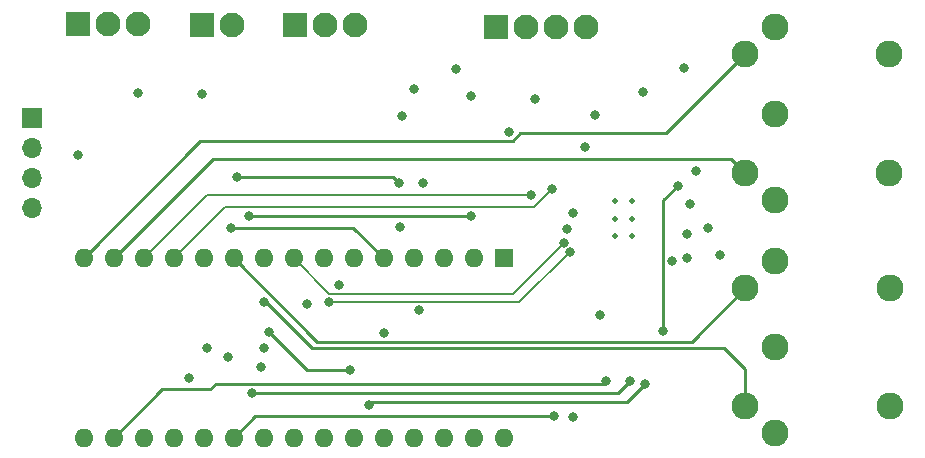
<source format=gbr>
%TF.GenerationSoftware,KiCad,Pcbnew,6.0.11-2627ca5db0~126~ubuntu22.04.1*%
%TF.CreationDate,2023-02-15T02:16:28-05:00*%
%TF.ProjectId,lin-valve-control,6c696e2d-7661-46c7-9665-2d636f6e7472,1.0*%
%TF.SameCoordinates,Original*%
%TF.FileFunction,Copper,L3,Inr*%
%TF.FilePolarity,Positive*%
%FSLAX46Y46*%
G04 Gerber Fmt 4.6, Leading zero omitted, Abs format (unit mm)*
G04 Created by KiCad (PCBNEW 6.0.11-2627ca5db0~126~ubuntu22.04.1) date 2023-02-15 02:16:28*
%MOMM*%
%LPD*%
G01*
G04 APERTURE LIST*
%TA.AperFunction,ComponentPad*%
%ADD10R,1.700000X1.700000*%
%TD*%
%TA.AperFunction,ComponentPad*%
%ADD11O,1.700000X1.700000*%
%TD*%
%TA.AperFunction,ComponentPad*%
%ADD12R,2.100000X2.100000*%
%TD*%
%TA.AperFunction,ComponentPad*%
%ADD13C,2.100000*%
%TD*%
%TA.AperFunction,ComponentPad*%
%ADD14C,2.286000*%
%TD*%
%TA.AperFunction,ComponentPad*%
%ADD15C,0.500000*%
%TD*%
%TA.AperFunction,ComponentPad*%
%ADD16R,1.600000X1.600000*%
%TD*%
%TA.AperFunction,ComponentPad*%
%ADD17O,1.600000X1.600000*%
%TD*%
%TA.AperFunction,ViaPad*%
%ADD18C,0.800000*%
%TD*%
%TA.AperFunction,Conductor*%
%ADD19C,0.250000*%
%TD*%
%TA.AperFunction,Conductor*%
%ADD20C,0.200000*%
%TD*%
G04 APERTURE END LIST*
D10*
%TO.N,GND*%
%TO.C,J8*%
X154900000Y-71000000D03*
D11*
%TO.N,+5V*%
X154900000Y-73540000D03*
%TO.N,SDA5V*%
X154900000Y-76080000D03*
%TO.N,SCL5V*%
X154900000Y-78620000D03*
%TD*%
D12*
%TO.N,COOLANT_PUMP*%
%TO.C,J1*%
X194185000Y-63300000D03*
D13*
%TO.N,GND*%
X196725000Y-63300000D03*
%TO.N,COOLING_FAN*%
X199265000Y-63300000D03*
%TO.N,GND*%
X201805000Y-63300000D03*
%TD*%
D12*
%TO.N,COOLANT_NTC*%
%TO.C,J2*%
X169300000Y-63100000D03*
D13*
%TO.N,GND*%
X171840000Y-63100000D03*
%TD*%
D14*
%TO.N,VALVE1+*%
%TO.C,J7*%
X217800000Y-83100080D03*
%TO.N,GND*%
X217800000Y-90400040D03*
%TO.N,VALVE1-*%
X217800000Y-97700000D03*
%TO.N,VALVE1_OPEN*%
X215300640Y-85401320D03*
%TO.N,VALVE1_CLOSED*%
X215300640Y-95398760D03*
%TO.N,N/C*%
X227500260Y-95398760D03*
X227500260Y-85401320D03*
%TD*%
D15*
%TO.N,GND*%
%TO.C,U2*%
X205728000Y-78002000D03*
X205728000Y-79502000D03*
X205728000Y-81002000D03*
X204228000Y-79502000D03*
X204228000Y-78002000D03*
X204228000Y-81002000D03*
%TD*%
D12*
%TO.N,+5V*%
%TO.C,J5*%
X158750000Y-62992000D03*
D13*
%TO.N,GND*%
X161290000Y-62992000D03*
%TO.N,FLOW_PULSE*%
X163830000Y-62992000D03*
%TD*%
D12*
%TO.N,+12V*%
%TO.C,J4*%
X177200000Y-63100000D03*
D13*
%TO.N,GND*%
X179740000Y-63100000D03*
%TO.N,LIN*%
X182280000Y-63100000D03*
%TD*%
D14*
%TO.N,VALVE2+*%
%TO.C,J6*%
X217759280Y-63312040D03*
%TO.N,GND*%
X217759280Y-70612000D03*
%TO.N,VALVE2-*%
X217759280Y-77911960D03*
%TO.N,VALVE2_OPEN*%
X215259920Y-65613280D03*
%TO.N,VALVE2_CLOSED*%
X215259920Y-75610720D03*
%TO.N,N/C*%
X227459540Y-75610720D03*
X227459540Y-65613280D03*
%TD*%
D16*
%TO.N,TXD*%
%TO.C,U1*%
X194818000Y-82814000D03*
D17*
%TO.N,RXD*%
X192278000Y-82814000D03*
%TO.N,unconnected-(U1-Pad3)*%
X189738000Y-82814000D03*
%TO.N,GND*%
X187198000Y-82814000D03*
%TO.N,FLOW_PULSE*%
X184658000Y-82814000D03*
%TO.N,FAN_PWM*%
X182118000Y-82814000D03*
%TO.N,VALVE_IN1+*%
X179578000Y-82814000D03*
%TO.N,VALVE_IN1-*%
X177038000Y-82814000D03*
%TO.N,VALVE1_CLOSED*%
X174498000Y-82814000D03*
%TO.N,VALVE1_OPEN*%
X171958000Y-82814000D03*
%TO.N,~{LIN_SLP}*%
X169418000Y-82814000D03*
%TO.N,VALVE_IN2+*%
X166878000Y-82814000D03*
%TO.N,VALVE_IN2-*%
X164338000Y-82814000D03*
%TO.N,VALVE2_CLOSED*%
X161798000Y-82814000D03*
%TO.N,VALVE2_OPEN*%
X159258000Y-82814000D03*
%TO.N,unconnected-(U1-Pad16)*%
X159258000Y-98054000D03*
%TO.N,+3V3*%
X161798000Y-98054000D03*
%TO.N,+5V*%
X164338000Y-98054000D03*
%TO.N,MOTOR_EN*%
X166878000Y-98054000D03*
%TO.N,~{LIN_WAKE}*%
X169418000Y-98054000D03*
%TO.N,~{MOTOR_FAULT}*%
X171958000Y-98054000D03*
%TO.N,PUMP_EN*%
X174498000Y-98054000D03*
%TO.N,SDA5V*%
X177038000Y-98054000D03*
%TO.N,SCL5V*%
X179578000Y-98054000D03*
%TO.N,unconnected-(U1-Pad25)*%
X182118000Y-98054000D03*
%TO.N,COOLANT_NTC*%
X184658000Y-98054000D03*
%TO.N,+5V*%
X187198000Y-98054000D03*
%TO.N,unconnected-(U1-Pad28)*%
X189738000Y-98054000D03*
%TO.N,GND*%
X192278000Y-98054000D03*
%TO.N,+12V*%
X194818000Y-98054000D03*
%TD*%
D18*
%TO.N,SCL5V*%
X181800000Y-92300000D03*
X175000000Y-89100000D03*
%TO.N,Net-(Q3-Pad1)*%
X174300000Y-92100000D03*
X178148048Y-86751952D03*
%TO.N,+5V*%
X158750000Y-74150000D03*
%TO.N,GND*%
X201676000Y-73406000D03*
X202946000Y-87630000D03*
X200660000Y-96266000D03*
X195300000Y-72200000D03*
%TO.N,+5V*%
X174498000Y-90424000D03*
X169672000Y-90424000D03*
X187674000Y-87251500D03*
%TO.N,Net-(C3-Pad1)*%
X200152000Y-80427500D03*
%TO.N,RXD*%
X187960000Y-76454000D03*
%TO.N,~{LIN_SLP}*%
X172212000Y-75946000D03*
X185928000Y-76454000D03*
%TO.N,~{LIN_WAKE}*%
X171450000Y-91186000D03*
X192024000Y-79248000D03*
X173228000Y-79248000D03*
%TO.N,VALVE_IN1+*%
X179998000Y-86552000D03*
X200406000Y-82296000D03*
%TO.N,VALVE_IN1-*%
X199898000Y-81534000D03*
%TO.N,VALVE1_CLOSED*%
X174498000Y-86602000D03*
%TO.N,VALVE_IN2+*%
X198882000Y-76962000D03*
%TO.N,VALVE_IN2-*%
X197104000Y-77470000D03*
%TO.N,FLOW_PULSE*%
X163830000Y-68834000D03*
X171704000Y-80264000D03*
%TO.N,~{MOTOR_FAULT}*%
X199100000Y-96200000D03*
X208300000Y-89000000D03*
X209550000Y-76708000D03*
%TO.N,MOTOR_EN*%
X168152299Y-92968299D03*
X209042000Y-83058000D03*
%TO.N,COOLANT_NTC*%
X184658000Y-89154000D03*
X169300000Y-69000000D03*
%TO.N,+12V*%
X210075000Y-66725000D03*
X190775000Y-66800000D03*
X197450000Y-69350000D03*
X200660000Y-78994000D03*
X192050000Y-69150000D03*
%TO.N,VALVE1-*%
X213106000Y-82550000D03*
X212090000Y-80264000D03*
%TO.N,Net-(Q3-Pad3)*%
X187250000Y-68550000D03*
%TO.N,Net-(Q3-Pad1)*%
X180875000Y-85125000D03*
X186200000Y-70800000D03*
%TO.N,+3V3*%
X203454000Y-93218000D03*
%TO.N,SDA3V*%
X173482000Y-94234000D03*
X205486000Y-93218000D03*
%TO.N,SCL3V*%
X206756000Y-93472000D03*
X183388000Y-95250000D03*
%TO.N,Net-(Q4-Pad3)*%
X206600000Y-68750000D03*
%TO.N,Net-(R5-Pad1)*%
X210312000Y-82804000D03*
X210312000Y-80772000D03*
%TO.N,Net-(Q4-Pad1)*%
X202525000Y-70700000D03*
X186075000Y-80250000D03*
%TO.N,Net-(R8-Pad1)*%
X210566000Y-78232000D03*
X211074000Y-75438000D03*
%TD*%
D19*
%TO.N,VALVE1_CLOSED*%
X174498000Y-86602000D02*
X174702000Y-86602000D01*
X215259920Y-92259920D02*
X215259920Y-95422720D01*
X174702000Y-86602000D02*
X178600000Y-90500000D01*
X178600000Y-90500000D02*
X213500000Y-90500000D01*
X213500000Y-90500000D02*
X215259920Y-92259920D01*
%TO.N,SCL5V*%
X178200000Y-92300000D02*
X181800000Y-92300000D01*
X175000000Y-89100000D02*
X178200000Y-92300000D01*
%TO.N,~{LIN_SLP}*%
X185420000Y-75946000D02*
X185928000Y-76454000D01*
X172212000Y-75946000D02*
X185420000Y-75946000D01*
%TO.N,~{LIN_WAKE}*%
X192024000Y-79248000D02*
X173228000Y-79248000D01*
D20*
%TO.N,VALVE_IN1+*%
X196150000Y-86552000D02*
X200406000Y-82296000D01*
X179998000Y-86552000D02*
X196150000Y-86552000D01*
%TO.N,VALVE_IN1-*%
X195580000Y-85852000D02*
X180076000Y-85852000D01*
X180076000Y-85852000D02*
X177038000Y-82814000D01*
X199898000Y-81534000D02*
X195580000Y-85852000D01*
D19*
%TO.N,VALVE1_OPEN*%
X215259920Y-85425280D02*
X210769200Y-89916000D01*
X210769200Y-89916000D02*
X179060000Y-89916000D01*
X179060000Y-89916000D02*
X171958000Y-82814000D01*
D20*
%TO.N,VALVE_IN2+*%
X171206000Y-78486000D02*
X166878000Y-82814000D01*
X197358000Y-78486000D02*
X171206000Y-78486000D01*
X198882000Y-76962000D02*
X197358000Y-78486000D01*
%TO.N,VALVE_IN2-*%
X169682000Y-77470000D02*
X164338000Y-82814000D01*
X197104000Y-77470000D02*
X169682000Y-77470000D01*
D19*
%TO.N,VALVE2_CLOSED*%
X170190000Y-74422000D02*
X161798000Y-82814000D01*
X214071200Y-74422000D02*
X170190000Y-74422000D01*
X215259920Y-75610720D02*
X214071200Y-74422000D01*
%TO.N,VALVE2_OPEN*%
X169147000Y-72925000D02*
X159258000Y-82814000D01*
X195600305Y-72925000D02*
X169147000Y-72925000D01*
X196225305Y-72300000D02*
X195600305Y-72925000D01*
X215259920Y-65613280D02*
X208573200Y-72300000D01*
X208573200Y-72300000D02*
X196225305Y-72300000D01*
%TO.N,FLOW_PULSE*%
X171704000Y-80264000D02*
X182108000Y-80264000D01*
X182108000Y-80264000D02*
X184658000Y-82814000D01*
%TO.N,~{MOTOR_FAULT}*%
X199100000Y-96200000D02*
X173812000Y-96200000D01*
X209550000Y-76708000D02*
X208317000Y-77941000D01*
X173812000Y-96200000D02*
X171958000Y-98054000D01*
X208317000Y-77941000D02*
X208317000Y-88983000D01*
X208317000Y-88983000D02*
X208300000Y-89000000D01*
%TO.N,+3V3*%
X165909000Y-93943000D02*
X161798000Y-98054000D01*
X203200000Y-93472000D02*
X170443305Y-93472000D01*
X170443305Y-93472000D02*
X169972305Y-93943000D01*
X203454000Y-93218000D02*
X203200000Y-93472000D01*
X169972305Y-93943000D02*
X165909000Y-93943000D01*
%TO.N,SDA3V*%
X204470000Y-94234000D02*
X205486000Y-93218000D01*
X173482000Y-94234000D02*
X204470000Y-94234000D01*
%TO.N,SCL3V*%
X183388000Y-95250000D02*
X183642000Y-94996000D01*
X205232000Y-94996000D02*
X206756000Y-93472000D01*
X183642000Y-94996000D02*
X205232000Y-94996000D01*
%TD*%
M02*

</source>
